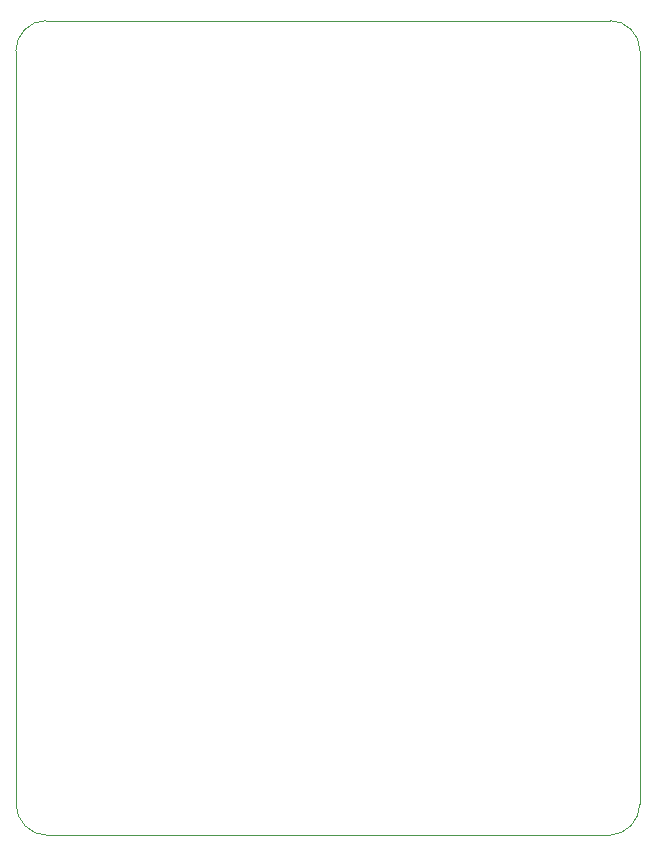
<source format=gbr>
%TF.GenerationSoftware,KiCad,Pcbnew,8.0.0*%
%TF.CreationDate,2024-04-15T20:03:37+02:00*%
%TF.ProjectId,MuntsorteerderESP,4d756e74-736f-4727-9465-657264657245,rev?*%
%TF.SameCoordinates,Original*%
%TF.FileFunction,Profile,NP*%
%FSLAX46Y46*%
G04 Gerber Fmt 4.6, Leading zero omitted, Abs format (unit mm)*
G04 Created by KiCad (PCBNEW 8.0.0) date 2024-04-15 20:03:37*
%MOMM*%
%LPD*%
G01*
G04 APERTURE LIST*
%TA.AperFunction,Profile*%
%ADD10C,0.050000*%
%TD*%
G04 APERTURE END LIST*
D10*
X121920000Y-92710000D02*
X121919937Y-28974051D01*
X124460000Y-26416000D02*
X172212000Y-26416000D01*
X124587049Y-95395049D02*
G75*
G02*
X121919990Y-92710000I18051J2685049D01*
G01*
X121919937Y-28974051D02*
G75*
G02*
X124460000Y-26416001I2558163J-49D01*
G01*
X174752000Y-92710000D02*
G75*
G02*
X172183961Y-95395035I-2687700J0D01*
G01*
X174752000Y-28956000D02*
X174752000Y-92710000D01*
X172183962Y-95395049D02*
X124587049Y-95395050D01*
X172212000Y-26416000D02*
G75*
G02*
X174752000Y-28956000I0J-2540000D01*
G01*
M02*

</source>
